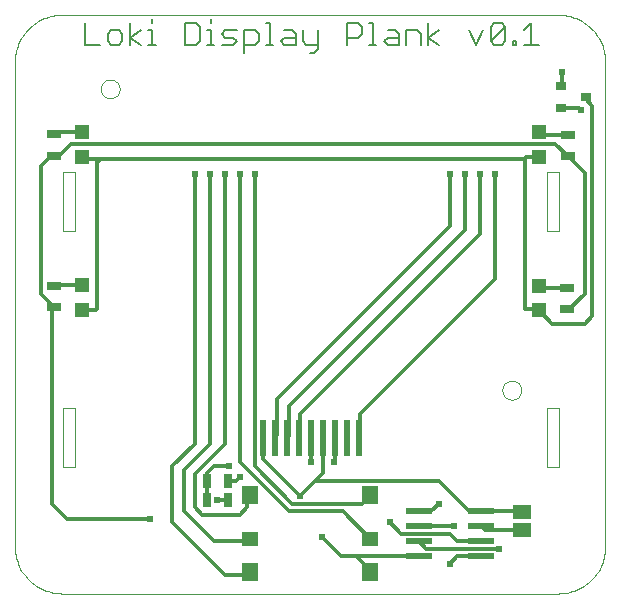
<source format=gtl>
G75*
G70*
%OFA0B0*%
%FSLAX24Y24*%
%IPPOS*%
%LPD*%
%AMOC8*
5,1,8,0,0,1.08239X$1,22.5*
%
%ADD10C,0.0060*%
%ADD11C,0.0000*%
%ADD12R,0.0870X0.0240*%
%ADD13R,0.0630X0.0460*%
%ADD14R,0.0472X0.0472*%
%ADD15R,0.0472X0.0315*%
%ADD16R,0.0354X0.0315*%
%ADD17R,0.0200X0.1200*%
%ADD18R,0.0551X0.0591*%
%ADD19R,0.0551X0.0512*%
%ADD20R,0.0315X0.0472*%
%ADD21C,0.0120*%
%ADD22C,0.0238*%
D10*
X013054Y018533D02*
X013054Y019274D01*
X013424Y019274D01*
X013548Y019150D01*
X013548Y018903D01*
X013424Y018780D01*
X013054Y018780D01*
X012811Y018903D02*
X012688Y019027D01*
X012441Y019027D01*
X012317Y019150D01*
X012441Y019274D01*
X012811Y019274D01*
X012811Y018903D02*
X012688Y018780D01*
X012317Y018780D01*
X012073Y018780D02*
X011826Y018780D01*
X011950Y018780D02*
X011950Y019274D01*
X011826Y019274D01*
X011583Y019397D02*
X011460Y019521D01*
X011090Y019521D01*
X011090Y018780D01*
X011460Y018780D01*
X011583Y018903D01*
X011583Y019397D01*
X011950Y019521D02*
X011950Y019644D01*
X009985Y019644D02*
X009985Y019521D01*
X009985Y019274D02*
X009862Y019274D01*
X009985Y019274D02*
X009985Y018780D01*
X009862Y018780D02*
X010109Y018780D01*
X009618Y018780D02*
X009248Y019027D01*
X009618Y019274D01*
X009248Y019521D02*
X009248Y018780D01*
X009005Y018903D02*
X009005Y019150D01*
X008882Y019274D01*
X008635Y019274D01*
X008512Y019150D01*
X008512Y018903D01*
X008635Y018780D01*
X008882Y018780D01*
X009005Y018903D01*
X008269Y018780D02*
X007775Y018780D01*
X007775Y019521D01*
X013791Y019521D02*
X013914Y019521D01*
X013914Y018780D01*
X013791Y018780D02*
X014038Y018780D01*
X014282Y018903D02*
X014405Y019027D01*
X014776Y019027D01*
X014776Y019150D02*
X014776Y018780D01*
X014405Y018780D01*
X014282Y018903D01*
X014405Y019274D02*
X014652Y019274D01*
X014776Y019150D01*
X015018Y019274D02*
X015018Y018903D01*
X015142Y018780D01*
X015512Y018780D01*
X015512Y018657D02*
X015389Y018533D01*
X015265Y018533D01*
X015512Y018657D02*
X015512Y019274D01*
X016492Y019521D02*
X016492Y018780D01*
X016492Y019027D02*
X016862Y019027D01*
X016985Y019150D01*
X016985Y019397D01*
X016862Y019521D01*
X016492Y019521D01*
X017228Y019521D02*
X017352Y019521D01*
X017352Y018780D01*
X017475Y018780D02*
X017228Y018780D01*
X017719Y018903D02*
X017843Y019027D01*
X018213Y019027D01*
X018213Y019150D02*
X018213Y018780D01*
X017843Y018780D01*
X017719Y018903D01*
X018090Y019274D02*
X018213Y019150D01*
X018090Y019274D02*
X017843Y019274D01*
X018456Y019274D02*
X018456Y018780D01*
X018456Y019274D02*
X018826Y019274D01*
X018950Y019150D01*
X018950Y018780D01*
X019193Y018780D02*
X019193Y019521D01*
X019563Y019274D02*
X019193Y019027D01*
X019563Y018780D01*
X020543Y019274D02*
X020790Y018780D01*
X021037Y019274D01*
X021280Y019397D02*
X021403Y019521D01*
X021650Y019521D01*
X021774Y019397D01*
X021280Y018903D01*
X021403Y018780D01*
X021650Y018780D01*
X021774Y018903D01*
X021774Y019397D01*
X021280Y019397D02*
X021280Y018903D01*
X022016Y018903D02*
X022140Y018903D01*
X022140Y018780D01*
X022016Y018780D01*
X022016Y018903D01*
X022385Y018780D02*
X022878Y018780D01*
X022632Y018780D02*
X022632Y019521D01*
X022385Y019274D01*
D11*
X005418Y018217D02*
X005418Y002075D01*
X005420Y001998D01*
X005426Y001921D01*
X005435Y001844D01*
X005448Y001768D01*
X005465Y001692D01*
X005486Y001618D01*
X005510Y001544D01*
X005538Y001472D01*
X005569Y001402D01*
X005604Y001333D01*
X005642Y001265D01*
X005683Y001200D01*
X005728Y001137D01*
X005776Y001076D01*
X005826Y001017D01*
X005879Y000961D01*
X005935Y000908D01*
X005994Y000858D01*
X006055Y000810D01*
X006118Y000765D01*
X006183Y000724D01*
X006251Y000686D01*
X006320Y000651D01*
X006390Y000620D01*
X006462Y000592D01*
X006536Y000568D01*
X006610Y000547D01*
X006686Y000530D01*
X006762Y000517D01*
X006839Y000508D01*
X006916Y000502D01*
X006993Y000500D01*
X023528Y000500D01*
X023605Y000502D01*
X023682Y000508D01*
X023759Y000517D01*
X023835Y000530D01*
X023911Y000547D01*
X023985Y000568D01*
X024059Y000592D01*
X024131Y000620D01*
X024201Y000651D01*
X024270Y000686D01*
X024338Y000724D01*
X024403Y000765D01*
X024466Y000810D01*
X024527Y000858D01*
X024586Y000908D01*
X024642Y000961D01*
X024695Y001017D01*
X024745Y001076D01*
X024793Y001137D01*
X024838Y001200D01*
X024879Y001265D01*
X024917Y001333D01*
X024952Y001402D01*
X024983Y001472D01*
X025011Y001544D01*
X025035Y001618D01*
X025056Y001692D01*
X025073Y001768D01*
X025086Y001844D01*
X025095Y001921D01*
X025101Y001998D01*
X025103Y002075D01*
X025103Y018217D01*
X025101Y018294D01*
X025095Y018371D01*
X025086Y018448D01*
X025073Y018524D01*
X025056Y018600D01*
X025035Y018674D01*
X025011Y018748D01*
X024983Y018820D01*
X024952Y018890D01*
X024917Y018959D01*
X024879Y019027D01*
X024838Y019092D01*
X024793Y019155D01*
X024745Y019216D01*
X024695Y019275D01*
X024642Y019331D01*
X024586Y019384D01*
X024527Y019434D01*
X024466Y019482D01*
X024403Y019527D01*
X024338Y019568D01*
X024270Y019606D01*
X024201Y019641D01*
X024131Y019672D01*
X024059Y019700D01*
X023985Y019724D01*
X023911Y019745D01*
X023835Y019762D01*
X023759Y019775D01*
X023682Y019784D01*
X023605Y019790D01*
X023528Y019792D01*
X023528Y019791D02*
X006993Y019791D01*
X006993Y019792D02*
X006916Y019790D01*
X006839Y019784D01*
X006762Y019775D01*
X006686Y019762D01*
X006610Y019745D01*
X006536Y019724D01*
X006462Y019700D01*
X006390Y019672D01*
X006320Y019641D01*
X006251Y019606D01*
X006183Y019568D01*
X006118Y019527D01*
X006055Y019482D01*
X005994Y019434D01*
X005935Y019384D01*
X005879Y019331D01*
X005826Y019275D01*
X005776Y019216D01*
X005728Y019155D01*
X005683Y019092D01*
X005642Y019027D01*
X005604Y018959D01*
X005569Y018890D01*
X005538Y018820D01*
X005510Y018748D01*
X005486Y018674D01*
X005465Y018600D01*
X005448Y018524D01*
X005435Y018448D01*
X005426Y018371D01*
X005420Y018294D01*
X005418Y018217D01*
X008286Y017319D02*
X008288Y017354D01*
X008294Y017389D01*
X008304Y017423D01*
X008317Y017456D01*
X008334Y017487D01*
X008355Y017515D01*
X008378Y017542D01*
X008405Y017565D01*
X008433Y017586D01*
X008464Y017603D01*
X008497Y017616D01*
X008531Y017626D01*
X008566Y017632D01*
X008601Y017634D01*
X008636Y017632D01*
X008671Y017626D01*
X008705Y017616D01*
X008738Y017603D01*
X008769Y017586D01*
X008797Y017565D01*
X008824Y017542D01*
X008847Y017515D01*
X008868Y017487D01*
X008885Y017456D01*
X008898Y017423D01*
X008908Y017389D01*
X008914Y017354D01*
X008916Y017319D01*
X008914Y017284D01*
X008908Y017249D01*
X008898Y017215D01*
X008885Y017182D01*
X008868Y017151D01*
X008847Y017123D01*
X008824Y017096D01*
X008797Y017073D01*
X008769Y017052D01*
X008738Y017035D01*
X008705Y017022D01*
X008671Y017012D01*
X008636Y017006D01*
X008601Y017004D01*
X008566Y017006D01*
X008531Y017012D01*
X008497Y017022D01*
X008464Y017035D01*
X008433Y017052D01*
X008405Y017073D01*
X008378Y017096D01*
X008355Y017123D01*
X008334Y017151D01*
X008317Y017182D01*
X008304Y017215D01*
X008294Y017249D01*
X008288Y017284D01*
X008286Y017319D01*
X007420Y014563D02*
X007026Y014563D01*
X007026Y012594D01*
X007420Y012594D01*
X007420Y014563D01*
X007420Y006689D02*
X007026Y006689D01*
X007026Y004720D01*
X007420Y004720D01*
X007420Y006689D01*
X021672Y007280D02*
X021674Y007315D01*
X021680Y007350D01*
X021690Y007384D01*
X021703Y007417D01*
X021720Y007448D01*
X021741Y007476D01*
X021764Y007503D01*
X021791Y007526D01*
X021819Y007547D01*
X021850Y007564D01*
X021883Y007577D01*
X021917Y007587D01*
X021952Y007593D01*
X021987Y007595D01*
X022022Y007593D01*
X022057Y007587D01*
X022091Y007577D01*
X022124Y007564D01*
X022155Y007547D01*
X022183Y007526D01*
X022210Y007503D01*
X022233Y007476D01*
X022254Y007448D01*
X022271Y007417D01*
X022284Y007384D01*
X022294Y007350D01*
X022300Y007315D01*
X022302Y007280D01*
X022300Y007245D01*
X022294Y007210D01*
X022284Y007176D01*
X022271Y007143D01*
X022254Y007112D01*
X022233Y007084D01*
X022210Y007057D01*
X022183Y007034D01*
X022155Y007013D01*
X022124Y006996D01*
X022091Y006983D01*
X022057Y006973D01*
X022022Y006967D01*
X021987Y006965D01*
X021952Y006967D01*
X021917Y006973D01*
X021883Y006983D01*
X021850Y006996D01*
X021819Y007013D01*
X021791Y007034D01*
X021764Y007057D01*
X021741Y007084D01*
X021720Y007112D01*
X021703Y007143D01*
X021690Y007176D01*
X021680Y007210D01*
X021674Y007245D01*
X021672Y007280D01*
X023168Y006689D02*
X023168Y004720D01*
X023562Y004720D01*
X023562Y006689D01*
X023168Y006689D01*
X023168Y012594D02*
X023168Y014563D01*
X023562Y014563D01*
X023562Y012594D01*
X023168Y012594D01*
D12*
X020948Y003250D03*
X020948Y002750D03*
X020948Y002250D03*
X020948Y001750D03*
X018888Y001750D03*
X018888Y002250D03*
X018888Y002750D03*
X018888Y003250D03*
D13*
X022335Y003206D03*
X022335Y002606D03*
D14*
X022906Y009935D03*
X022906Y010762D03*
X022900Y015053D03*
X022900Y015880D03*
X007644Y015892D03*
X007644Y015065D03*
X007650Y010774D03*
X007650Y009947D03*
D15*
X006725Y010047D03*
X006725Y010756D03*
X006725Y015098D03*
X006725Y015807D03*
X023843Y015787D03*
X023843Y015079D03*
X023835Y010697D03*
X023835Y009988D03*
D16*
X023623Y016681D03*
X024450Y017055D03*
X023623Y017429D03*
D17*
X016887Y005695D03*
X016487Y005695D03*
X016087Y005695D03*
X015687Y005695D03*
X015287Y005695D03*
X014887Y005695D03*
X014487Y005695D03*
X014087Y005695D03*
X013687Y005695D03*
D18*
X013259Y003780D03*
X013259Y001220D03*
X017274Y001220D03*
X017274Y003780D03*
D19*
X017274Y002323D03*
X013259Y002323D03*
D20*
X012522Y003625D03*
X011814Y003625D03*
X011814Y004250D03*
X012522Y004250D03*
D21*
X012793Y004250D01*
X012918Y004375D01*
X012543Y004750D02*
X012043Y004750D01*
X011814Y004521D01*
X011814Y004250D01*
X011814Y003625D01*
X012168Y003625D02*
X012522Y003625D01*
X012918Y003125D02*
X013168Y003375D01*
X013168Y003689D01*
X013259Y003780D01*
X012918Y003125D02*
X011668Y003125D01*
X011418Y003375D01*
X011418Y004500D01*
X012418Y005500D01*
X012418Y014500D01*
X011918Y014500D02*
X011918Y005500D01*
X011043Y004625D01*
X011043Y003250D01*
X012043Y002250D01*
X013186Y002250D01*
X013259Y002323D01*
X013259Y001220D02*
X013163Y001125D01*
X012418Y001125D01*
X010668Y002875D01*
X010668Y004750D01*
X011418Y005500D01*
X011418Y014500D01*
X012918Y014500D02*
X012918Y004875D01*
X014543Y003250D01*
X016347Y003250D01*
X017274Y002323D01*
X016793Y001750D02*
X016293Y001750D01*
X015668Y002375D01*
X016793Y001750D02*
X017274Y001269D01*
X017274Y001220D01*
X016793Y001750D02*
X017918Y001750D01*
X017804Y001750D01*
X017918Y001750D02*
X018888Y001750D01*
X019138Y002000D02*
X018888Y002250D01*
X019138Y002000D02*
X021543Y002000D01*
X020948Y002250D02*
X020168Y002250D01*
X019918Y002500D01*
X018293Y002500D01*
X017918Y002875D01*
X017274Y003780D02*
X016995Y003500D01*
X014668Y003500D01*
X013418Y004750D01*
X013418Y014500D01*
X008293Y015000D02*
X008168Y014875D01*
X008168Y010000D01*
X008115Y009947D01*
X007650Y009947D01*
X006725Y010047D02*
X006668Y010010D01*
X006668Y003500D01*
X007168Y003000D01*
X009918Y003000D01*
X013687Y004981D02*
X014918Y003750D01*
X015418Y004250D01*
X015687Y004519D01*
X015687Y005695D01*
X015287Y005695D02*
X015287Y004881D01*
X015293Y004875D01*
X016043Y004875D02*
X016087Y004919D01*
X016087Y005695D01*
X016887Y005695D02*
X016918Y005726D01*
X016918Y006500D01*
X021418Y011000D01*
X021418Y014500D01*
X020918Y014500D02*
X020918Y012500D01*
X014918Y006500D01*
X014918Y005726D01*
X014887Y005695D01*
X014543Y005751D02*
X014487Y005695D01*
X014543Y005751D02*
X014543Y006750D01*
X020418Y012625D01*
X020418Y014500D01*
X019918Y014500D02*
X019918Y012750D01*
X014168Y007000D01*
X014168Y005776D01*
X014087Y005695D01*
X013687Y005695D02*
X013687Y004981D01*
X015418Y004250D02*
X019543Y004250D01*
X020043Y003750D01*
X020543Y003250D01*
X020948Y003250D01*
X022292Y003250D01*
X022335Y003206D01*
X022335Y002606D02*
X021092Y002606D01*
X020948Y002750D01*
X020043Y002750D02*
X018888Y002750D01*
X018888Y003250D02*
X019293Y003250D01*
X019543Y003500D01*
X020168Y001750D02*
X019918Y001500D01*
X020168Y001750D02*
X020948Y001750D01*
X023341Y009500D02*
X022906Y009935D01*
X022841Y010000D01*
X022418Y010000D01*
X022418Y014500D01*
X022418Y015000D01*
X008293Y015000D01*
X007709Y015000D01*
X007644Y015065D01*
X007293Y015500D02*
X023442Y015500D01*
X023843Y015079D01*
X024418Y014524D01*
X024418Y010500D01*
X023926Y010008D01*
X023835Y009988D01*
X023341Y009500D02*
X024418Y009500D01*
X024668Y009750D01*
X024668Y016750D01*
X024450Y016969D01*
X024450Y017055D01*
X024237Y016681D02*
X024293Y016625D01*
X024237Y016681D02*
X023623Y016681D01*
X023623Y017429D02*
X023668Y017474D01*
X023668Y017875D01*
X023843Y015787D02*
X023013Y015768D01*
X022900Y015880D01*
X022900Y015053D02*
X022471Y015053D01*
X022418Y015000D01*
X022906Y010762D02*
X022991Y010677D01*
X023835Y010697D01*
X007650Y010774D02*
X006763Y010774D01*
X006725Y010756D01*
X006293Y010499D02*
X006725Y010047D01*
X006293Y010499D02*
X006293Y014750D01*
X006661Y015118D01*
X006725Y015098D01*
X006911Y015118D01*
X007293Y015500D01*
X007644Y015892D02*
X006830Y015892D01*
X006725Y015807D01*
D22*
X011418Y014500D03*
X011918Y014500D03*
X012418Y014500D03*
X012918Y014500D03*
X013418Y014500D03*
X019918Y014500D03*
X020418Y014500D03*
X020918Y014500D03*
X021418Y014500D03*
X024293Y016625D03*
X023668Y017875D03*
X016043Y004875D03*
X015293Y004875D03*
X014918Y003750D03*
X012918Y004375D03*
X012543Y004750D03*
X012168Y003625D03*
X009918Y003000D03*
X015668Y002375D03*
X017918Y002875D03*
X019543Y003500D03*
X020043Y002750D03*
X021543Y002000D03*
X019918Y001500D03*
M02*

</source>
